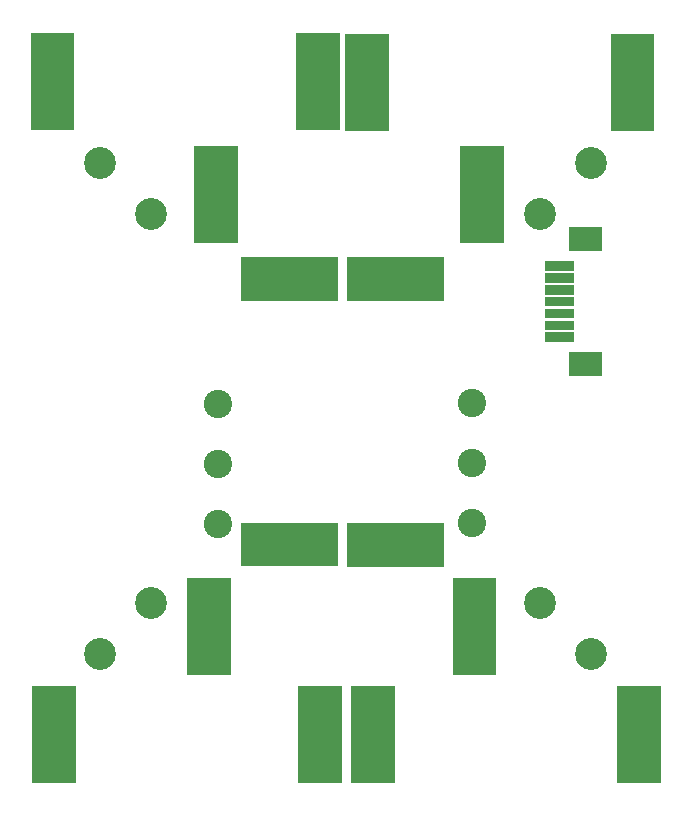
<source format=gts>
G04 Layer: TopSolderMaskLayer*
G04 EasyEDA v6.3.22, 2020-01-22T11:07:26+01:00*
G04 3ac4b1cc3e28459caadfcca9b74a0810,6ac03ef627a24f5ab7c901ca926ad83b,10*
G04 Gerber Generator version 0.2*
G04 Scale: 100 percent, Rotated: No, Reflected: No *
G04 Dimensions in millimeters *
G04 leading zeros omitted , absolute positions ,3 integer and 3 decimal *
%FSLAX33Y33*%
%MOMM*%
G90*
G71D02*

%ADD31C,2.703195*%
%ADD32C,2.403196*%

%LPD*%
G54D31*
G01X8203Y11174D03*
G01X12539Y15541D03*
G01X49803Y11174D03*
G01X45469Y15541D03*
G01X45469Y48456D03*
G01X49803Y52774D03*
G01X12539Y48461D03*
G01X8200Y52801D03*
G54D32*
G01X18243Y32380D03*
G01X18243Y27300D03*
G01X18243Y22220D03*
G01X39733Y22309D03*
G01X39733Y27389D03*
G01X39733Y32469D03*
G36*
G01X2472Y258D02*
G01X2472Y8462D01*
G01X6176Y8462D01*
G01X6176Y258D01*
G01X2472Y258D01*
G37*
G36*
G01X24972Y258D02*
G01X24972Y8462D01*
G01X28675Y8462D01*
G01X28675Y258D01*
G01X24972Y258D01*
G37*
G36*
G01X51992Y289D02*
G01X51992Y8490D01*
G01X55696Y8490D01*
G01X55696Y289D01*
G01X51992Y289D01*
G37*
G36*
G01X29493Y289D02*
G01X29493Y8490D01*
G01X33196Y8490D01*
G01X33196Y289D01*
G01X29493Y289D01*
G37*
G36*
G01X38073Y9428D02*
G01X38073Y17632D01*
G01X41776Y17632D01*
G01X41776Y9428D01*
G01X38073Y9428D01*
G37*
G36*
G01X15571Y9428D02*
G01X15571Y17632D01*
G01X19274Y17632D01*
G01X19274Y9428D01*
G01X15571Y9428D01*
G37*
G36*
G01X2353Y55559D02*
G01X2353Y63761D01*
G01X6056Y63761D01*
G01X6056Y55559D01*
G01X2353Y55559D01*
G37*
G36*
G01X24852Y55559D02*
G01X24852Y63761D01*
G01X28556Y63761D01*
G01X28556Y55559D01*
G01X24852Y55559D01*
G37*
G36*
G01X51461Y55518D02*
G01X51461Y63720D01*
G01X55165Y63720D01*
G01X55165Y55518D01*
G01X51461Y55518D01*
G37*
G36*
G01X28962Y55518D02*
G01X28962Y63720D01*
G01X32665Y63720D01*
G01X32665Y55518D01*
G01X28962Y55518D01*
G37*
G36*
G01X38693Y46009D02*
G01X38693Y54210D01*
G01X42396Y54210D01*
G01X42396Y46009D01*
G01X38693Y46009D01*
G37*
G36*
G01X16191Y46009D02*
G01X16191Y54210D01*
G01X19894Y54210D01*
G01X19894Y46009D01*
G01X16191Y46009D01*
G37*
G36*
G01X20141Y18638D02*
G01X20141Y22341D01*
G01X28345Y22341D01*
G01X28345Y18638D01*
G01X20141Y18638D01*
G37*
G36*
G01X20141Y41137D02*
G01X20141Y44840D01*
G01X28345Y44840D01*
G01X28345Y41137D01*
G01X20141Y41137D01*
G37*
G36*
G01X29163Y18577D02*
G01X29163Y22280D01*
G01X37364Y22280D01*
G01X37364Y18577D01*
G01X29163Y18577D01*
G37*
G36*
G01X29163Y41079D02*
G01X29163Y44782D01*
G01X37364Y44782D01*
G01X37364Y41079D01*
G01X29163Y41079D01*
G37*
G36*
G01X45919Y43639D02*
G01X45919Y44441D01*
G01X48324Y44441D01*
G01X48324Y43639D01*
G01X45919Y43639D01*
G37*
G36*
G01X45919Y42638D02*
G01X45919Y43441D01*
G01X48324Y43441D01*
G01X48324Y42638D01*
G01X45919Y42638D01*
G37*
G36*
G01X45919Y41640D02*
G01X45919Y42443D01*
G01X48324Y42443D01*
G01X48324Y41640D01*
G01X45919Y41640D01*
G37*
G36*
G01X45919Y40639D02*
G01X45919Y41442D01*
G01X48324Y41442D01*
G01X48324Y40639D01*
G01X45919Y40639D01*
G37*
G36*
G01X45919Y39638D02*
G01X45919Y40441D01*
G01X48324Y40441D01*
G01X48324Y39638D01*
G01X45919Y39638D01*
G37*
G36*
G01X45922Y38640D02*
G01X45922Y39443D01*
G01X48324Y39443D01*
G01X48324Y38640D01*
G01X45922Y38640D01*
G37*
G36*
G01X45919Y37639D02*
G01X45919Y38442D01*
G01X48324Y38442D01*
G01X48324Y37639D01*
G01X45919Y37639D01*
G37*
G36*
G01X47923Y34739D02*
G01X47923Y36740D01*
G01X50727Y36740D01*
G01X50727Y34739D01*
G01X47923Y34739D01*
G37*
G36*
G01X47923Y45338D02*
G01X47923Y47342D01*
G01X50727Y47342D01*
G01X50727Y45338D01*
G01X47923Y45338D01*
G37*
M00*
M02*

</source>
